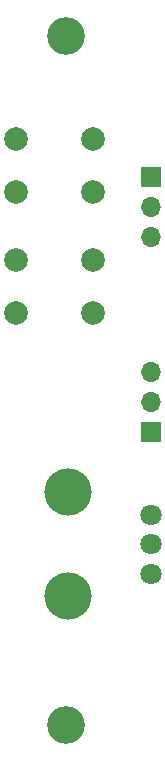
<source format=gbs>
G04 #@! TF.GenerationSoftware,KiCad,Pcbnew,(5.1.8)-1*
G04 #@! TF.CreationDate,2021-08-19T02:33:49+09:00*
G04 #@! TF.ProjectId,L3PSG6n9Side,4c335053-4736-46e3-9953-6964652e6b69,rev?*
G04 #@! TF.SameCoordinates,Original*
G04 #@! TF.FileFunction,Soldermask,Bot*
G04 #@! TF.FilePolarity,Negative*
%FSLAX46Y46*%
G04 Gerber Fmt 4.6, Leading zero omitted, Abs format (unit mm)*
G04 Created by KiCad (PCBNEW (5.1.8)-1) date 2021-08-19 02:33:49*
%MOMM*%
%LPD*%
G01*
G04 APERTURE LIST*
%ADD10C,2.000000*%
%ADD11C,3.200000*%
%ADD12C,1.800000*%
%ADD13C,4.000000*%
%ADD14R,1.700000X1.700000*%
%ADD15O,1.700000X1.700000*%
G04 APERTURE END LIST*
D10*
X77597000Y-69160000D03*
X77597000Y-73660000D03*
X71097000Y-69160000D03*
X71097000Y-73660000D03*
D11*
X75311000Y-118745000D03*
X75311000Y-60452000D03*
D10*
X71120000Y-83875000D03*
X71120000Y-79375000D03*
X77620000Y-83875000D03*
X77620000Y-79375000D03*
D12*
X82550000Y-105965000D03*
X82550000Y-103465000D03*
X82550000Y-100965000D03*
D13*
X75550000Y-107865000D03*
X75550000Y-99065000D03*
D14*
X82550000Y-93980000D03*
D15*
X82550000Y-91440000D03*
X82550000Y-88900000D03*
D14*
X82550000Y-72390000D03*
D15*
X82550000Y-74930000D03*
X82550000Y-77470000D03*
M02*

</source>
